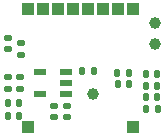
<source format=gbr>
%TF.GenerationSoftware,KiCad,Pcbnew,8.0.1-8.0.1-1~ubuntu22.04.1*%
%TF.CreationDate,2024-03-30T15:12:20+00:00*%
%TF.ProjectId,EMG_INA331,454d475f-494e-4413-9333-312e6b696361,1.0*%
%TF.SameCoordinates,Original*%
%TF.FileFunction,Soldermask,Bot*%
%TF.FilePolarity,Negative*%
%FSLAX46Y46*%
G04 Gerber Fmt 4.6, Leading zero omitted, Abs format (unit mm)*
G04 Created by KiCad (PCBNEW 8.0.1-8.0.1-1~ubuntu22.04.1) date 2024-03-30 15:12:20*
%MOMM*%
%LPD*%
G01*
G04 APERTURE LIST*
G04 Aperture macros list*
%AMRoundRect*
0 Rectangle with rounded corners*
0 $1 Rounding radius*
0 $2 $3 $4 $5 $6 $7 $8 $9 X,Y pos of 4 corners*
0 Add a 4 corners polygon primitive as box body*
4,1,4,$2,$3,$4,$5,$6,$7,$8,$9,$2,$3,0*
0 Add four circle primitives for the rounded corners*
1,1,$1+$1,$2,$3*
1,1,$1+$1,$4,$5*
1,1,$1+$1,$6,$7*
1,1,$1+$1,$8,$9*
0 Add four rect primitives between the rounded corners*
20,1,$1+$1,$2,$3,$4,$5,0*
20,1,$1+$1,$4,$5,$6,$7,0*
20,1,$1+$1,$6,$7,$8,$9,0*
20,1,$1+$1,$8,$9,$2,$3,0*%
G04 Aperture macros list end*
%ADD10R,1.000000X1.000000*%
%ADD11RoundRect,0.140000X0.170000X-0.140000X0.170000X0.140000X-0.170000X0.140000X-0.170000X-0.140000X0*%
%ADD12RoundRect,0.135000X-0.185000X0.135000X-0.185000X-0.135000X0.185000X-0.135000X0.185000X0.135000X0*%
%ADD13RoundRect,0.140000X0.140000X0.170000X-0.140000X0.170000X-0.140000X-0.170000X0.140000X-0.170000X0*%
%ADD14RoundRect,0.135000X-0.135000X-0.185000X0.135000X-0.185000X0.135000X0.185000X-0.135000X0.185000X0*%
%ADD15C,1.000000*%
%ADD16RoundRect,0.140000X-0.140000X-0.170000X0.140000X-0.170000X0.140000X0.170000X-0.140000X0.170000X0*%
%ADD17R,1.000000X0.600000*%
%ADD18RoundRect,0.140000X-0.170000X0.140000X-0.170000X-0.140000X0.170000X-0.140000X0.170000X0.140000X0*%
%ADD19RoundRect,0.135000X0.185000X-0.135000X0.185000X0.135000X-0.185000X0.135000X-0.185000X-0.135000X0*%
G04 APERTURE END LIST*
D10*
%TO.C,J4*%
X-635000Y0D03*
%TD*%
%TO.C,J6*%
X1905000Y0D03*
%TD*%
%TO.C,J1*%
X-4445000Y0D03*
%TD*%
%TO.C,J2*%
X-3175000Y0D03*
%TD*%
%TO.C,J7*%
X3175000Y0D03*
%TD*%
%TO.C,J3*%
X-1905000Y0D03*
%TD*%
%TO.C,J9*%
X4445000Y-10000000D03*
%TD*%
%TO.C,J10*%
X-4445000Y-10000000D03*
%TD*%
%TO.C,J5*%
X635000Y0D03*
%TD*%
%TO.C,J8*%
X4445000Y0D03*
%TD*%
D11*
%TO.C,C11*%
X-5100000Y-3880000D03*
X-5100000Y-2920000D03*
%TD*%
D12*
%TO.C,R6*%
X-5200000Y-5800001D03*
X-5200000Y-6819999D03*
%TD*%
D13*
%TO.C,C15*%
X6480000Y-5500000D03*
X5520000Y-5500000D03*
%TD*%
%TO.C,C14*%
X6480000Y-6500000D03*
X5520000Y-6500000D03*
%TD*%
D14*
%TO.C,R1*%
X90000Y-5300000D03*
X1110000Y-5300000D03*
%TD*%
D11*
%TO.C,C6*%
X-6210000Y-3400000D03*
X-6210000Y-2440000D03*
%TD*%
D15*
%TO.C,TP1*%
X6250000Y-3000000D03*
%TD*%
D16*
%TO.C,C13*%
X5520000Y-7500000D03*
X6480000Y-7500000D03*
%TD*%
D15*
%TO.C,TP3*%
X1000000Y-7200000D03*
%TD*%
D16*
%TO.C,C9*%
X-6180000Y-9100000D03*
X-5220000Y-9100000D03*
%TD*%
D13*
%TO.C,C7*%
X-5220000Y-8000000D03*
X-6180000Y-8000000D03*
%TD*%
D17*
%TO.C,U2*%
X-1300000Y-5350000D03*
X-1300001Y-6300000D03*
X-1300000Y-7250000D03*
X-3500000Y-7250000D03*
X-3500000Y-5350000D03*
%TD*%
D14*
%TO.C,R11*%
X5490000Y-8500000D03*
X6510000Y-8500000D03*
%TD*%
D11*
%TO.C,C4*%
X-2300000Y-9180000D03*
X-2300000Y-8220000D03*
%TD*%
D18*
%TO.C,C5*%
X-1200000Y-8220000D03*
X-1200000Y-9180000D03*
%TD*%
D19*
%TO.C,R7*%
X-6200000Y-6799999D03*
X-6200000Y-5780001D03*
%TD*%
D14*
%TO.C,R2*%
X3090001Y-5400000D03*
X4109999Y-5400000D03*
%TD*%
D15*
%TO.C,TP2*%
X6250000Y-1250000D03*
%TD*%
D16*
%TO.C,C12*%
X3120000Y-6400000D03*
X4080000Y-6400000D03*
%TD*%
M02*

</source>
